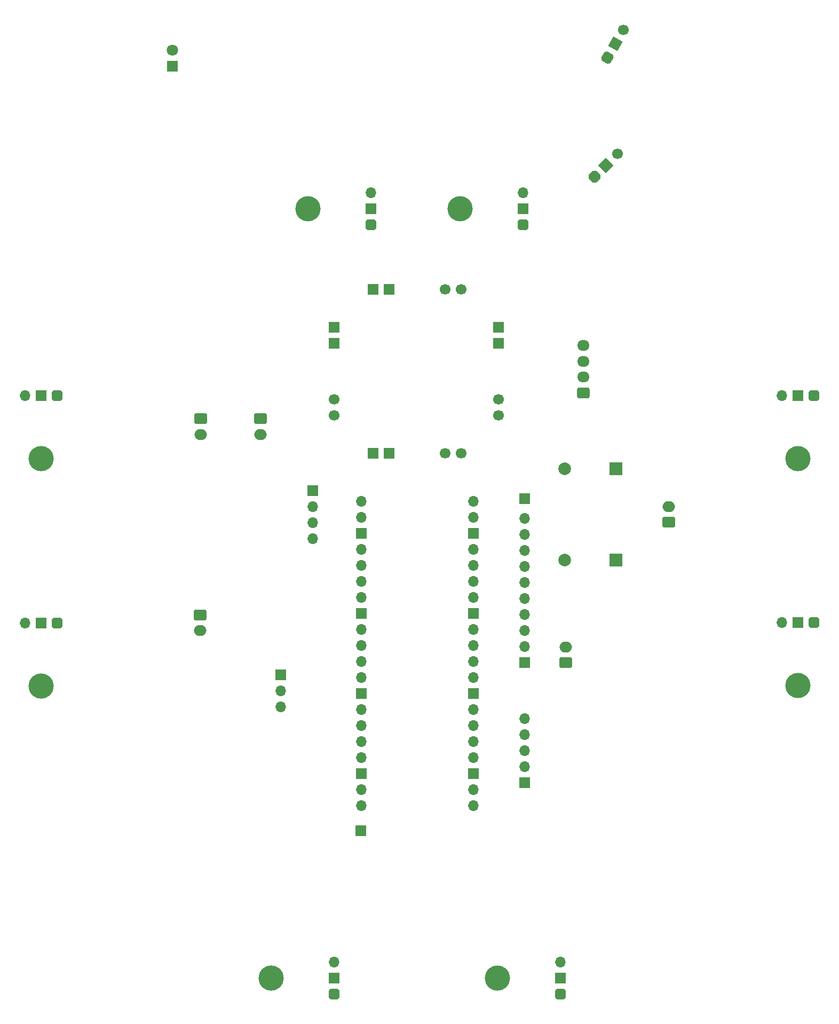
<source format=gbs>
%TF.GenerationSoftware,KiCad,Pcbnew,7.0.9*%
%TF.CreationDate,2024-01-03T16:13:27+08:00*%
%TF.ProjectId,bottom-rounded,626f7474-6f6d-42d7-926f-756e6465642e,rev?*%
%TF.SameCoordinates,Original*%
%TF.FileFunction,Soldermask,Bot*%
%TF.FilePolarity,Negative*%
%FSLAX46Y46*%
G04 Gerber Fmt 4.6, Leading zero omitted, Abs format (unit mm)*
G04 Created by KiCad (PCBNEW 7.0.9) date 2024-01-03 16:13:27*
%MOMM*%
%LPD*%
G01*
G04 APERTURE LIST*
G04 Aperture macros list*
%AMRoundRect*
0 Rectangle with rounded corners*
0 $1 Rounding radius*
0 $2 $3 $4 $5 $6 $7 $8 $9 X,Y pos of 4 corners*
0 Add a 4 corners polygon primitive as box body*
4,1,4,$2,$3,$4,$5,$6,$7,$8,$9,$2,$3,0*
0 Add four circle primitives for the rounded corners*
1,1,$1+$1,$2,$3*
1,1,$1+$1,$4,$5*
1,1,$1+$1,$6,$7*
1,1,$1+$1,$8,$9*
0 Add four rect primitives between the rounded corners*
20,1,$1+$1,$2,$3,$4,$5,0*
20,1,$1+$1,$4,$5,$6,$7,0*
20,1,$1+$1,$6,$7,$8,$9,0*
20,1,$1+$1,$8,$9,$2,$3,0*%
%AMHorizOval*
0 Thick line with rounded ends*
0 $1 width*
0 $2 $3 position (X,Y) of the first rounded end (center of the circle)*
0 $4 $5 position (X,Y) of the second rounded end (center of the circle)*
0 Add line between two ends*
20,1,$1,$2,$3,$4,$5,0*
0 Add two circle primitives to create the rounded ends*
1,1,$1,$2,$3*
1,1,$1,$4,$5*%
%AMRotRect*
0 Rectangle, with rotation*
0 The origin of the aperture is its center*
0 $1 length*
0 $2 width*
0 $3 Rotation angle, in degrees counterclockwise*
0 Add horizontal line*
21,1,$1,$2,0,0,$3*%
%AMOutline5P*
0 Free polygon, 5 corners , with rotation*
0 The origin of the aperture is its center*
0 number of corners: always 5*
0 $1 to $10 corner X, Y*
0 $11 Rotation angle, in degrees counterclockwise*
0 create outline with 5 corners*
4,1,5,$1,$2,$3,$4,$5,$6,$7,$8,$9,$10,$1,$2,$11*%
%AMOutline6P*
0 Free polygon, 6 corners , with rotation*
0 The origin of the aperture is its center*
0 number of corners: always 6*
0 $1 to $12 corner X, Y*
0 $13 Rotation angle, in degrees counterclockwise*
0 create outline with 6 corners*
4,1,6,$1,$2,$3,$4,$5,$6,$7,$8,$9,$10,$11,$12,$1,$2,$13*%
%AMOutline7P*
0 Free polygon, 7 corners , with rotation*
0 The origin of the aperture is its center*
0 number of corners: always 7*
0 $1 to $14 corner X, Y*
0 $15 Rotation angle, in degrees counterclockwise*
0 create outline with 7 corners*
4,1,7,$1,$2,$3,$4,$5,$6,$7,$8,$9,$10,$11,$12,$13,$14,$1,$2,$15*%
%AMOutline8P*
0 Free polygon, 8 corners , with rotation*
0 The origin of the aperture is its center*
0 number of corners: always 8*
0 $1 to $16 corner X, Y*
0 $17 Rotation angle, in degrees counterclockwise*
0 create outline with 8 corners*
4,1,8,$1,$2,$3,$4,$5,$6,$7,$8,$9,$10,$11,$12,$13,$14,$15,$16,$1,$2,$17*%
G04 Aperture macros list end*
%ADD10R,2.000000X2.000000*%
%ADD11C,2.000000*%
%ADD12R,1.700000X1.700000*%
%ADD13C,1.700000*%
%ADD14C,4.000000*%
%ADD15Outline8P,-0.850000X0.510000X-0.510000X0.850000X0.510000X0.850000X0.850000X0.510000X0.850000X-0.510000X0.510000X-0.850000X-0.510000X-0.850000X-0.850000X-0.510000X270.000000*%
%ADD16O,1.700000X1.700000*%
%ADD17RoundRect,0.250000X0.750000X-0.600000X0.750000X0.600000X-0.750000X0.600000X-0.750000X-0.600000X0*%
%ADD18O,2.000000X1.700000*%
%ADD19RoundRect,0.250000X-0.750000X0.600000X-0.750000X-0.600000X0.750000X-0.600000X0.750000X0.600000X0*%
%ADD20Outline8P,-0.850000X0.510000X-0.510000X0.850000X0.510000X0.850000X0.850000X0.510000X0.850000X-0.510000X0.510000X-0.850000X-0.510000X-0.850000X-0.850000X-0.510000X180.000000*%
%ADD21RoundRect,0.250000X0.725000X-0.600000X0.725000X0.600000X-0.725000X0.600000X-0.725000X-0.600000X0*%
%ADD22O,1.950000X1.700000*%
%ADD23Outline8P,-0.850000X0.510000X-0.510000X0.850000X0.510000X0.850000X0.850000X0.510000X0.850000X-0.510000X0.510000X-0.850000X-0.510000X-0.850000X-0.850000X-0.510000X150.000000*%
%ADD24RotRect,1.700000X1.700000X150.000000*%
%ADD25HorizOval,1.700000X0.000000X0.000000X0.000000X0.000000X0*%
%ADD26R,1.800000X1.800000*%
%ADD27C,1.800000*%
%ADD28Outline8P,-0.850000X0.510000X-0.510000X0.850000X0.510000X0.850000X0.850000X0.510000X0.850000X-0.510000X0.510000X-0.850000X-0.510000X-0.850000X-0.850000X-0.510000X135.000000*%
%ADD29RotRect,1.700000X1.700000X135.000000*%
%ADD30HorizOval,1.700000X0.000000X0.000000X0.000000X0.000000X0*%
G04 APERTURE END LIST*
D10*
%TO.C,V2*%
X121142200Y-89262042D03*
X121130000Y-103762042D03*
D11*
X113030000Y-89262042D03*
X113030000Y-103762042D03*
%TD*%
D12*
%TO.C,V3*%
X82553727Y-86840857D03*
X85093727Y-86840857D03*
X82553727Y-60840857D03*
X85093727Y-60840857D03*
D13*
X93983727Y-60840857D03*
X96523727Y-60840857D03*
X93983727Y-86840857D03*
X96523727Y-86840857D03*
%TD*%
D14*
%TO.C,T2*%
X29972000Y-87663642D03*
D15*
X32512000Y-77663642D03*
D12*
X29972000Y-77663642D03*
D16*
X27432000Y-77663642D03*
%TD*%
%TO.C,U1*%
X98530000Y-142680000D03*
X98530000Y-140140000D03*
D12*
X98530000Y-137600000D03*
D16*
X98530000Y-135060000D03*
X98530000Y-132520000D03*
X98530000Y-129980000D03*
X98530000Y-127440000D03*
D12*
X98530000Y-124900000D03*
D16*
X98530000Y-122360000D03*
X98530000Y-119820000D03*
X98530000Y-117280000D03*
X98530000Y-114740000D03*
D12*
X98530000Y-112200000D03*
D16*
X98530000Y-109660000D03*
X98530000Y-107120000D03*
X98530000Y-104580000D03*
X98530000Y-102040000D03*
D12*
X98530000Y-99500000D03*
D16*
X98530000Y-96960000D03*
X98530000Y-94420000D03*
X80750000Y-94420000D03*
X80750000Y-96960000D03*
D12*
X80750000Y-99500000D03*
D16*
X80750000Y-102040000D03*
X80750000Y-104580000D03*
X80750000Y-107120000D03*
X80750000Y-109660000D03*
D12*
X80750000Y-112200000D03*
D16*
X80750000Y-114740000D03*
X80750000Y-117280000D03*
X80750000Y-119820000D03*
X80750000Y-122360000D03*
D12*
X80750000Y-124900000D03*
D16*
X80750000Y-127440000D03*
X80750000Y-129980000D03*
X80750000Y-132520000D03*
X80750000Y-135060000D03*
D12*
X80750000Y-137600000D03*
D16*
X80750000Y-140140000D03*
X80750000Y-142680000D03*
%TD*%
D12*
%TO.C,J3*%
X67945000Y-121920000D03*
D16*
X67945000Y-124460000D03*
X67945000Y-127000000D03*
%TD*%
D17*
%TO.C,J1*%
X113140000Y-119995000D03*
D18*
X113140000Y-117495000D03*
%TD*%
D19*
%TO.C,J9*%
X55135000Y-112415000D03*
D18*
X55135000Y-114915000D03*
%TD*%
D14*
%TO.C,T3*%
X29972000Y-123731642D03*
D15*
X32512000Y-113731642D03*
D12*
X29972000Y-113731642D03*
D16*
X27432000Y-113731642D03*
%TD*%
D14*
%TO.C,T4*%
X66387358Y-170053000D03*
D20*
X76387358Y-172593000D03*
D12*
X76387358Y-170053000D03*
D16*
X76387358Y-167513000D03*
%TD*%
D14*
%TO.C,T7*%
X149987000Y-123604642D03*
D15*
X152527000Y-113604642D03*
D12*
X149987000Y-113604642D03*
D16*
X147447000Y-113604642D03*
%TD*%
D19*
%TO.C,J12*%
X64770000Y-81320000D03*
D18*
X64770000Y-83820000D03*
%TD*%
D21*
%TO.C,J2*%
X115951000Y-77223000D03*
D22*
X115951000Y-74723000D03*
X115951000Y-72223000D03*
X115951000Y-69723000D03*
%TD*%
D14*
%TO.C,T8*%
X102328358Y-170053000D03*
D20*
X112328358Y-172593000D03*
D12*
X112328358Y-170053000D03*
D16*
X112328358Y-167513000D03*
%TD*%
D12*
%TO.C,V1*%
X76454000Y-66802000D03*
X76454000Y-69342000D03*
X102454000Y-66802000D03*
X102454000Y-69342000D03*
D13*
X102454000Y-78232000D03*
X102454000Y-80772000D03*
X76454000Y-78232000D03*
X76454000Y-80772000D03*
%TD*%
D14*
%TO.C,T5*%
X96359358Y-48006000D03*
D20*
X106359358Y-50546000D03*
D12*
X106359358Y-48006000D03*
D16*
X106359358Y-45466000D03*
%TD*%
D12*
%TO.C,J5*%
X106680000Y-139065000D03*
D16*
X106680000Y-136525000D03*
X106680000Y-133985000D03*
X106680000Y-131445000D03*
X106680000Y-128905000D03*
%TD*%
D14*
%TO.C,T1*%
X72296000Y-48006000D03*
D20*
X82296000Y-50546000D03*
D12*
X82296000Y-48006000D03*
D16*
X82296000Y-45466000D03*
%TD*%
D17*
%TO.C,J11*%
X129540000Y-97750000D03*
D18*
X129540000Y-95250000D03*
%TD*%
D14*
%TO.C,T6*%
X149987000Y-87630000D03*
D15*
X152527000Y-77630000D03*
D12*
X149987000Y-77630000D03*
D16*
X147447000Y-77630000D03*
%TD*%
D23*
%TO.C,T9*%
X119761000Y-24037331D03*
D24*
X121031000Y-21837626D03*
D25*
X122301000Y-19637922D03*
%TD*%
D12*
%TO.C,J4*%
X73025000Y-92710000D03*
D16*
X73025000Y-95250000D03*
X73025000Y-97790000D03*
X73025000Y-100330000D03*
%TD*%
D19*
%TO.C,J10*%
X55245000Y-81320000D03*
D18*
X55245000Y-83820000D03*
%TD*%
D12*
%TO.C,J7*%
X106680000Y-93980000D03*
%TD*%
%TO.C,J8*%
X80645000Y-146685000D03*
%TD*%
D26*
%TO.C,D9*%
X50800000Y-25400000D03*
D27*
X50800000Y-22860000D03*
%TD*%
D12*
%TO.C,J6*%
X106680000Y-120015000D03*
D16*
X106680000Y-117475000D03*
X106680000Y-114935000D03*
X106680000Y-112395000D03*
X106680000Y-109855000D03*
X106680000Y-107315000D03*
X106680000Y-104775000D03*
X106680000Y-102235000D03*
X106680000Y-99695000D03*
X106680000Y-97155000D03*
%TD*%
D28*
%TO.C,T10*%
X117748582Y-42926309D03*
D29*
X119544633Y-41130258D03*
D30*
X121340684Y-39334207D03*
%TD*%
M02*

</source>
